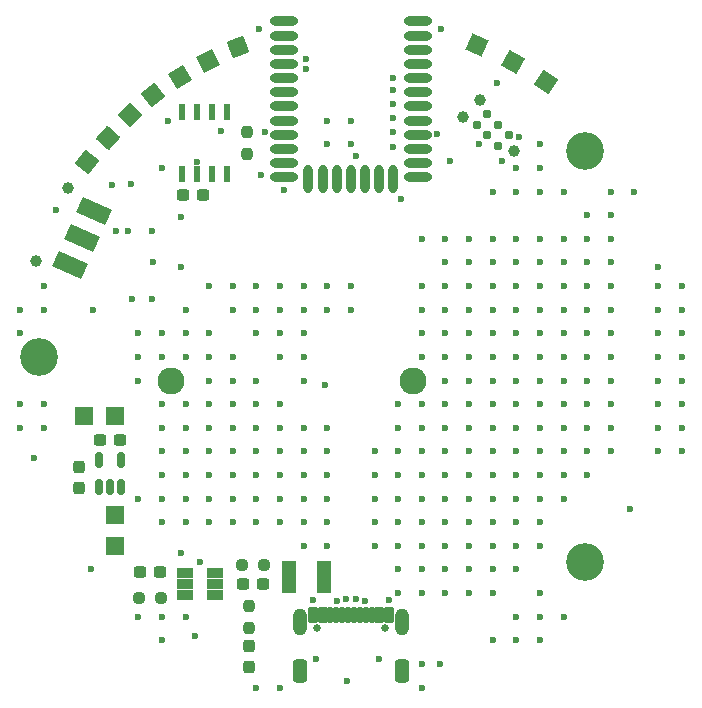
<source format=gbs>
%TF.GenerationSoftware,KiCad,Pcbnew,8.0.0*%
%TF.CreationDate,2024-03-12T16:19:55+01:00*%
%TF.ProjectId,BAT2024,42415432-3032-4342-9e6b-696361645f70,1.0*%
%TF.SameCoordinates,Original*%
%TF.FileFunction,Soldermask,Bot*%
%TF.FilePolarity,Negative*%
%FSLAX46Y46*%
G04 Gerber Fmt 4.6, Leading zero omitted, Abs format (unit mm)*
G04 Created by KiCad (PCBNEW 8.0.0) date 2024-03-12 16:19:55*
%MOMM*%
%LPD*%
G01*
G04 APERTURE LIST*
G04 Aperture macros list*
%AMRoundRect*
0 Rectangle with rounded corners*
0 $1 Rounding radius*
0 $2 $3 $4 $5 $6 $7 $8 $9 X,Y pos of 4 corners*
0 Add a 4 corners polygon primitive as box body*
4,1,4,$2,$3,$4,$5,$6,$7,$8,$9,$2,$3,0*
0 Add four circle primitives for the rounded corners*
1,1,$1+$1,$2,$3*
1,1,$1+$1,$4,$5*
1,1,$1+$1,$6,$7*
1,1,$1+$1,$8,$9*
0 Add four rect primitives between the rounded corners*
20,1,$1+$1,$2,$3,$4,$5,0*
20,1,$1+$1,$4,$5,$6,$7,0*
20,1,$1+$1,$6,$7,$8,$9,0*
20,1,$1+$1,$8,$9,$2,$3,0*%
%AMRotRect*
0 Rectangle, with rotation*
0 The origin of the aperture is its center*
0 $1 length*
0 $2 width*
0 $3 Rotation angle, in degrees counterclockwise*
0 Add horizontal line*
21,1,$1,$2,0,0,$3*%
G04 Aperture macros list end*
%ADD10RoundRect,0.150000X0.150000X-0.512500X0.150000X0.512500X-0.150000X0.512500X-0.150000X-0.512500X0*%
%ADD11RoundRect,0.237500X0.300000X0.237500X-0.300000X0.237500X-0.300000X-0.237500X0.300000X-0.237500X0*%
%ADD12R,1.500000X1.500000*%
%ADD13RoundRect,0.237500X0.237500X-0.300000X0.237500X0.300000X-0.237500X0.300000X-0.237500X-0.300000X0*%
%ADD14RoundRect,0.237500X0.237500X-0.287500X0.237500X0.287500X-0.237500X0.287500X-0.237500X-0.287500X0*%
%ADD15C,2.280000*%
%ADD16RoundRect,0.237500X-0.250000X-0.237500X0.250000X-0.237500X0.250000X0.237500X-0.250000X0.237500X0*%
%ADD17RotRect,1.500000X1.500000X201.000000*%
%ADD18O,2.400000X0.800000*%
%ADD19O,0.800000X2.400000*%
%ADD20C,3.200000*%
%ADD21RoundRect,0.237500X0.250000X0.237500X-0.250000X0.237500X-0.250000X-0.237500X0.250000X-0.237500X0*%
%ADD22RotRect,1.500000X1.500000X223.000000*%
%ADD23RotRect,1.500000X1.500000X218.000000*%
%ADD24RotRect,1.500000X1.500000X206.000000*%
%ADD25RoundRect,0.237500X-0.300000X-0.237500X0.300000X-0.237500X0.300000X0.237500X-0.300000X0.237500X0*%
%ADD26RotRect,1.500000X1.500000X147.000000*%
%ADD27RoundRect,0.237500X-0.237500X0.250000X-0.237500X-0.250000X0.237500X-0.250000X0.237500X0.250000X0*%
%ADD28RotRect,1.500000X1.500000X156.000000*%
%ADD29RoundRect,0.054880X0.652120X0.337120X-0.652120X0.337120X-0.652120X-0.337120X0.652120X-0.337120X0*%
%ADD30RotRect,1.500000X1.500000X211.000000*%
%ADD31C,1.000000*%
%ADD32RoundRect,0.102000X0.897890X-1.056548X1.385974X0.039706X-0.897890X1.056548X-1.385974X-0.039706X0*%
%ADD33C,0.990600*%
%ADD34C,0.787400*%
%ADD35RoundRect,0.237500X0.237500X-0.250000X0.237500X0.250000X-0.237500X0.250000X-0.237500X-0.250000X0*%
%ADD36R,0.600000X1.325000*%
%ADD37R,1.180000X2.810000*%
%ADD38RotRect,1.500000X1.500000X228.000000*%
%ADD39RotRect,1.500000X1.500000X151.000000*%
%ADD40RotRect,1.500000X1.500000X232.000000*%
%ADD41C,0.650000*%
%ADD42RoundRect,0.102000X0.300000X0.575000X-0.300000X0.575000X-0.300000X-0.575000X0.300000X-0.575000X0*%
%ADD43RoundRect,0.102000X0.150000X0.575000X-0.150000X0.575000X-0.150000X-0.575000X0.150000X-0.575000X0*%
%ADD44O,1.204000X2.304000*%
%ADD45RoundRect,0.301000X0.301000X0.701000X-0.301000X0.701000X-0.301000X-0.701000X0.301000X-0.701000X0*%
%ADD46C,0.600000*%
G04 APERTURE END LIST*
D10*
%TO.C,U1*%
X94778000Y-68328000D03*
X93828000Y-68328000D03*
X92878000Y-68328000D03*
X92878000Y-66053000D03*
X94778000Y-66053000D03*
%TD*%
D11*
%TO.C,C8*%
X94690500Y-64328000D03*
X92965500Y-64328000D03*
%TD*%
%TO.C,C10*%
X101690500Y-43628000D03*
X99965500Y-43628000D03*
%TD*%
D12*
%TO.C,TP6*%
X91628000Y-62328000D03*
%TD*%
D13*
%TO.C,C7*%
X91228000Y-68390500D03*
X91228000Y-66665500D03*
%TD*%
D12*
%TO.C,TP2*%
X94228000Y-70728000D03*
%TD*%
D14*
%TO.C,D1*%
X105628000Y-83558000D03*
X105628000Y-81808000D03*
%TD*%
D15*
%TO.C,H1*%
X119518000Y-59328000D03*
X99028000Y-59328000D03*
%TD*%
D16*
%TO.C,R4*%
X105015500Y-74978000D03*
X106840500Y-74978000D03*
%TD*%
D17*
%TO.C,TP8*%
X104696504Y-31104761D03*
%TD*%
D18*
%TO.C,IC1*%
X119878000Y-28928000D03*
X119878000Y-30128000D03*
X119878000Y-31328000D03*
X119878000Y-32528000D03*
X119878000Y-33728000D03*
X119878000Y-34928000D03*
X119878000Y-36128000D03*
X119878000Y-37328000D03*
X119878000Y-38528000D03*
X119878000Y-39728000D03*
X119878000Y-40928000D03*
X119878000Y-42128000D03*
D19*
X117828000Y-42228000D03*
X116628000Y-42228000D03*
X115428000Y-42228000D03*
X114228000Y-42228000D03*
X113028000Y-42228000D03*
X111828000Y-42228000D03*
X110628000Y-42228000D03*
D18*
X108578000Y-42128000D03*
X108578000Y-40928000D03*
X108578000Y-39728000D03*
X108578000Y-38528000D03*
X108578000Y-37328000D03*
X108578000Y-36128000D03*
X108578000Y-34928000D03*
X108578000Y-33728000D03*
X108578000Y-32528000D03*
X108578000Y-31328000D03*
X108578000Y-30128000D03*
X108578000Y-28928000D03*
%TD*%
D20*
%TO.C,H4*%
X134028000Y-74728000D03*
%TD*%
D21*
%TO.C,R5*%
X98133000Y-77740500D03*
X96308000Y-77740500D03*
%TD*%
D22*
%TO.C,TP10*%
X95495654Y-36866216D03*
%TD*%
D23*
%TO.C,TP12*%
X97465681Y-35131569D03*
%TD*%
D24*
%TO.C,TP7*%
X102116098Y-32249969D03*
%TD*%
D25*
%TO.C,C6*%
X105065500Y-76590500D03*
X106790500Y-76590500D03*
%TD*%
D26*
%TO.C,TP4*%
X130703615Y-34041567D03*
%TD*%
D27*
%TO.C,R6*%
X105428000Y-38315500D03*
X105428000Y-40140500D03*
%TD*%
D20*
%TO.C,H2*%
X134028000Y-39928000D03*
%TD*%
%TO.C,H3*%
X87828000Y-57328000D03*
%TD*%
D28*
%TO.C,TP14*%
X124924104Y-30898760D03*
%TD*%
D29*
%TO.C,U2*%
X102683000Y-75628000D03*
X102683000Y-76578000D03*
X102683000Y-77528000D03*
X100173000Y-77528000D03*
X100173000Y-76578000D03*
X100173000Y-75628000D03*
%TD*%
D30*
%TO.C,TP5*%
X99739151Y-33591657D03*
%TD*%
D31*
%TO.C,S1*%
X87545095Y-49234055D03*
X90310905Y-43021945D03*
D32*
X90423407Y-49530389D03*
X91440250Y-47246526D03*
X92457092Y-44962662D03*
%TD*%
D33*
%TO.C,J1*%
X128024051Y-39924051D03*
X123713528Y-37050369D03*
X125150369Y-35613528D03*
D34*
X126677013Y-39475038D03*
X127575038Y-38577013D03*
X125778987Y-38577013D03*
X126677013Y-37678987D03*
X124880962Y-37678987D03*
X125778987Y-36780962D03*
%TD*%
D12*
%TO.C,TP3*%
X94228000Y-62328000D03*
%TD*%
D35*
%TO.C,R3*%
X105628000Y-80240500D03*
X105628000Y-78415500D03*
%TD*%
D36*
%TO.C,IC2*%
X103733000Y-41840000D03*
X102463000Y-41840000D03*
X101193000Y-41840000D03*
X99923000Y-41840000D03*
X99923000Y-36616000D03*
X101193000Y-36616000D03*
X102463000Y-36616000D03*
X103733000Y-36616000D03*
%TD*%
D37*
%TO.C,F1*%
X111913000Y-75928000D03*
X108943000Y-75928000D03*
%TD*%
D38*
%TO.C,TP9*%
X93629103Y-38799085D03*
%TD*%
D39*
%TO.C,TP13*%
X127928272Y-32387038D03*
%TD*%
D11*
%TO.C,C5*%
X98083000Y-75540500D03*
X96358000Y-75540500D03*
%TD*%
D12*
%TO.C,TP1*%
X94228000Y-73328000D03*
%TD*%
D40*
%TO.C,TP11*%
X91864282Y-40830195D03*
%TD*%
D41*
%TO.C,J2*%
X117118000Y-80248000D03*
X111338000Y-80248000D03*
D42*
X117428000Y-79173000D03*
X116628000Y-79173000D03*
D43*
X115478000Y-79173000D03*
X114478000Y-79173000D03*
X113978000Y-79173000D03*
X112978000Y-79173000D03*
D42*
X111028000Y-79173000D03*
X111828000Y-79173000D03*
D43*
X112478000Y-79173000D03*
X113478000Y-79173000D03*
X114978000Y-79173000D03*
X115978000Y-79173000D03*
D44*
X118548000Y-79748000D03*
X109908000Y-79748000D03*
D45*
X118548000Y-83928000D03*
X109908000Y-83928000D03*
%TD*%
D46*
X87428000Y-65928000D03*
X120228000Y-53328000D03*
X88228000Y-53328000D03*
X124228000Y-53328000D03*
X121728000Y-83328000D03*
X110228000Y-73328000D03*
X136228000Y-51328000D03*
X128228000Y-59328000D03*
X136228000Y-59328000D03*
X116228000Y-65328000D03*
X124228000Y-59328000D03*
X106228000Y-63328000D03*
X120228000Y-75328000D03*
X110228000Y-51328000D03*
X97373000Y-46669000D03*
X122228000Y-61328000D03*
X98228000Y-67328000D03*
X86228000Y-63328000D03*
X114228000Y-53328000D03*
X126228000Y-61328000D03*
X130228000Y-51328000D03*
X136228000Y-61328000D03*
X142228000Y-57328000D03*
X128228000Y-75328000D03*
X122228000Y-71328000D03*
X98228000Y-63328000D03*
X136228000Y-47328000D03*
X96228000Y-69328000D03*
X128228000Y-41328000D03*
X108228000Y-63328000D03*
X118228000Y-75328000D03*
X112228000Y-69328000D03*
X140228000Y-49728000D03*
X132228000Y-57328000D03*
X132228000Y-49328000D03*
X142228000Y-51328000D03*
X113928000Y-84728000D03*
X124228000Y-57328000D03*
X126228000Y-47328000D03*
X126228000Y-57328000D03*
X118228000Y-61328000D03*
X130228000Y-63328000D03*
X106228000Y-67328000D03*
X122228000Y-75328000D03*
X117428000Y-77928000D03*
X110228000Y-53328000D03*
X124228000Y-75328000D03*
X130228000Y-53328000D03*
X98228000Y-69328000D03*
X140228000Y-63328000D03*
X96228000Y-59328000D03*
X88228000Y-51328000D03*
X134228000Y-49328000D03*
X106228000Y-65328000D03*
X110228000Y-67328000D03*
X130228000Y-79328000D03*
X122628000Y-40728000D03*
X108228000Y-57328000D03*
X136228000Y-43328000D03*
X102228000Y-63328000D03*
X118228000Y-63328000D03*
X120228000Y-67328000D03*
X120228000Y-61328000D03*
X124228000Y-73328000D03*
X101028000Y-80928000D03*
X102228000Y-69328000D03*
X126228000Y-53328000D03*
X120228000Y-71328000D03*
X102228000Y-71328000D03*
X126228000Y-59328000D03*
X142228000Y-65328000D03*
X100228000Y-67328000D03*
X126228000Y-65328000D03*
X124228000Y-65328000D03*
X100228000Y-69328000D03*
X104228000Y-59328000D03*
X126228000Y-77328000D03*
X112228000Y-37328000D03*
X128228000Y-67328000D03*
X124228000Y-69328000D03*
X108228000Y-85328000D03*
X92428000Y-53328000D03*
X130228000Y-57328000D03*
X118228000Y-77328000D03*
X102228000Y-65328000D03*
X110228000Y-71328000D03*
X122228000Y-57328000D03*
X118228000Y-65328000D03*
X102228000Y-51328000D03*
X132228000Y-79328000D03*
X98228000Y-55328000D03*
X96228000Y-57328000D03*
X126228000Y-81328000D03*
X128228000Y-51328000D03*
X112228000Y-73328000D03*
X100228000Y-61328000D03*
X128228000Y-69328000D03*
X124228000Y-49328000D03*
X142228000Y-59328000D03*
X130228000Y-67328000D03*
X132228000Y-67328000D03*
X106228000Y-61328000D03*
X122228000Y-63328000D03*
X120228000Y-83328000D03*
X100228000Y-55328000D03*
X132228000Y-55328000D03*
X126228000Y-71328000D03*
X142228000Y-53328000D03*
X140228000Y-53328000D03*
X126228000Y-55328000D03*
X128228000Y-49328000D03*
X126228000Y-69328000D03*
X116228000Y-73328000D03*
X114228000Y-51328000D03*
X132228000Y-47328000D03*
X108228000Y-51328000D03*
X132228000Y-51328000D03*
X104228000Y-67328000D03*
X112028000Y-59728000D03*
X122228000Y-47328000D03*
X140228000Y-59328000D03*
X122228000Y-65328000D03*
X130228000Y-69328000D03*
X100228000Y-57328000D03*
X122228000Y-77328000D03*
X130228000Y-61328000D03*
X124228000Y-55328000D03*
X128228000Y-71328000D03*
X132228000Y-61328000D03*
X98228000Y-65328000D03*
X134228000Y-63328000D03*
X136228000Y-65328000D03*
X114228000Y-39328000D03*
X128228000Y-73328000D03*
X98228000Y-61328000D03*
X134228000Y-67328000D03*
X124228000Y-71328000D03*
X137828000Y-70228000D03*
X92228000Y-75328000D03*
X104228000Y-61328000D03*
X98228000Y-41328000D03*
X126228000Y-49328000D03*
X122228000Y-49328000D03*
X136228000Y-45328000D03*
X130228000Y-47328000D03*
X128228000Y-47328000D03*
X112228000Y-39328000D03*
X98228000Y-79328000D03*
X134228000Y-57328000D03*
X120228000Y-57328000D03*
X106228000Y-71328000D03*
X106228000Y-53328000D03*
X102228000Y-55328000D03*
X120228000Y-63328000D03*
X130228000Y-41328000D03*
X136228000Y-63328000D03*
X132228000Y-65328000D03*
X124228000Y-77328000D03*
X140228000Y-65328000D03*
X96228000Y-79328000D03*
X120228000Y-51328000D03*
X122228000Y-59328000D03*
X128228000Y-79328000D03*
X98228000Y-81328000D03*
X104228000Y-69328000D03*
X102228000Y-67328000D03*
X130228000Y-55328000D03*
X126628000Y-34128000D03*
X122228000Y-55328000D03*
X124228000Y-51328000D03*
X132228000Y-63328000D03*
X120228000Y-73328000D03*
X118228000Y-69328000D03*
X128228000Y-81328000D03*
X108228000Y-53328000D03*
X128228000Y-53328000D03*
X140228000Y-61328000D03*
X134228000Y-51328000D03*
X128228000Y-65328000D03*
X102228000Y-61328000D03*
X96228000Y-55328000D03*
X132228000Y-53328000D03*
X104228000Y-57328000D03*
X130228000Y-39328000D03*
X120228000Y-65328000D03*
X98228000Y-57328000D03*
X108228000Y-67328000D03*
X112228000Y-63328000D03*
X122228000Y-69328000D03*
X88228000Y-61328000D03*
X86228000Y-55328000D03*
X126228000Y-73328000D03*
X128228000Y-55328000D03*
X134228000Y-59328000D03*
X104228000Y-53328000D03*
X136228000Y-55328000D03*
X118228000Y-67328000D03*
X128228000Y-61328000D03*
X130228000Y-77328000D03*
X118228000Y-73328000D03*
X126228000Y-51328000D03*
X106228000Y-69328000D03*
X121828000Y-29528000D03*
X110228000Y-65328000D03*
X126228000Y-43328000D03*
X140228000Y-57328000D03*
X140228000Y-55328000D03*
X106228000Y-55328000D03*
X98228000Y-71328000D03*
X132228000Y-69328000D03*
X124228000Y-47328000D03*
X100228000Y-63328000D03*
X120228000Y-85328000D03*
X134228000Y-47328000D03*
X108228000Y-55328000D03*
X100228000Y-71328000D03*
X104228000Y-63328000D03*
X112228000Y-71328000D03*
X108228000Y-61328000D03*
X106228000Y-85328000D03*
X130228000Y-59328000D03*
X89228000Y-44928000D03*
X106228000Y-59328000D03*
X104228000Y-71328000D03*
X140228000Y-51328000D03*
X124228000Y-61328000D03*
X120228000Y-55328000D03*
X122228000Y-53328000D03*
X128228000Y-43328000D03*
X134228000Y-53328000D03*
X110228000Y-63328000D03*
X136228000Y-49328000D03*
X130228000Y-73328000D03*
X100228000Y-79328000D03*
X128228000Y-63328000D03*
X132228000Y-59328000D03*
X126228000Y-63328000D03*
X102228000Y-59328000D03*
X142228000Y-55328000D03*
X100228000Y-65328000D03*
X110228000Y-55328000D03*
X116228000Y-67328000D03*
X122228000Y-51328000D03*
X126228000Y-75328000D03*
X112228000Y-65328000D03*
X136228000Y-53328000D03*
X110228000Y-69328000D03*
X120228000Y-77328000D03*
X86228000Y-61328000D03*
X114228000Y-37328000D03*
X124228000Y-67328000D03*
X132228000Y-43328000D03*
X116228000Y-69328000D03*
X126228000Y-67328000D03*
X130228000Y-43328000D03*
X88228000Y-63328000D03*
X108228000Y-65328000D03*
X104228000Y-51328000D03*
X108228000Y-71328000D03*
X138228000Y-43328000D03*
X124228000Y-63328000D03*
X122228000Y-67328000D03*
X112228000Y-67328000D03*
X116228000Y-71328000D03*
X122228000Y-73328000D03*
X106228000Y-51328000D03*
X106628000Y-41928000D03*
X130228000Y-71328000D03*
X100228000Y-53328000D03*
X86228000Y-53328000D03*
X106428000Y-29528000D03*
X120228000Y-47328000D03*
X111028000Y-77928000D03*
X134228000Y-45328000D03*
X110228000Y-59328000D03*
X130228000Y-81328000D03*
X130228000Y-65328000D03*
X112228000Y-53328000D03*
X108578000Y-43228000D03*
X104228000Y-65328000D03*
X134228000Y-65328000D03*
X102228000Y-57328000D03*
X128228000Y-57328000D03*
X108228000Y-69328000D03*
X134228000Y-55328000D03*
X142228000Y-61328000D03*
X136228000Y-57328000D03*
X110228000Y-57328000D03*
X118228000Y-71328000D03*
X120228000Y-69328000D03*
X130228000Y-49328000D03*
X134228000Y-61328000D03*
X142228000Y-63328000D03*
X112228000Y-51328000D03*
X99828000Y-45490500D03*
X103228000Y-38228000D03*
X101228000Y-40828000D03*
X127028000Y-40728000D03*
X118454000Y-43928000D03*
X97386542Y-52455460D03*
X95728000Y-52469000D03*
X99828000Y-73928000D03*
X101428000Y-74728000D03*
X117828000Y-39528000D03*
X114652458Y-77831688D03*
X113828000Y-77828000D03*
X128428000Y-38728000D03*
X117828000Y-38328000D03*
X121528000Y-38428000D03*
X117828000Y-35928000D03*
X117828000Y-33728000D03*
X115428000Y-78028000D03*
X125028000Y-39328000D03*
X117828000Y-34728000D03*
X110428000Y-32928000D03*
X95628000Y-42728000D03*
X95373000Y-46669000D03*
X113028000Y-78028000D03*
X117828000Y-37128000D03*
X98704000Y-37328000D03*
X106928000Y-38328000D03*
X97473000Y-49303000D03*
X99828000Y-49728000D03*
X114628000Y-40328000D03*
X94028000Y-42753000D03*
X110428000Y-32077997D03*
X94373000Y-46669000D03*
X111228000Y-82928000D03*
X116628000Y-82928000D03*
M02*

</source>
